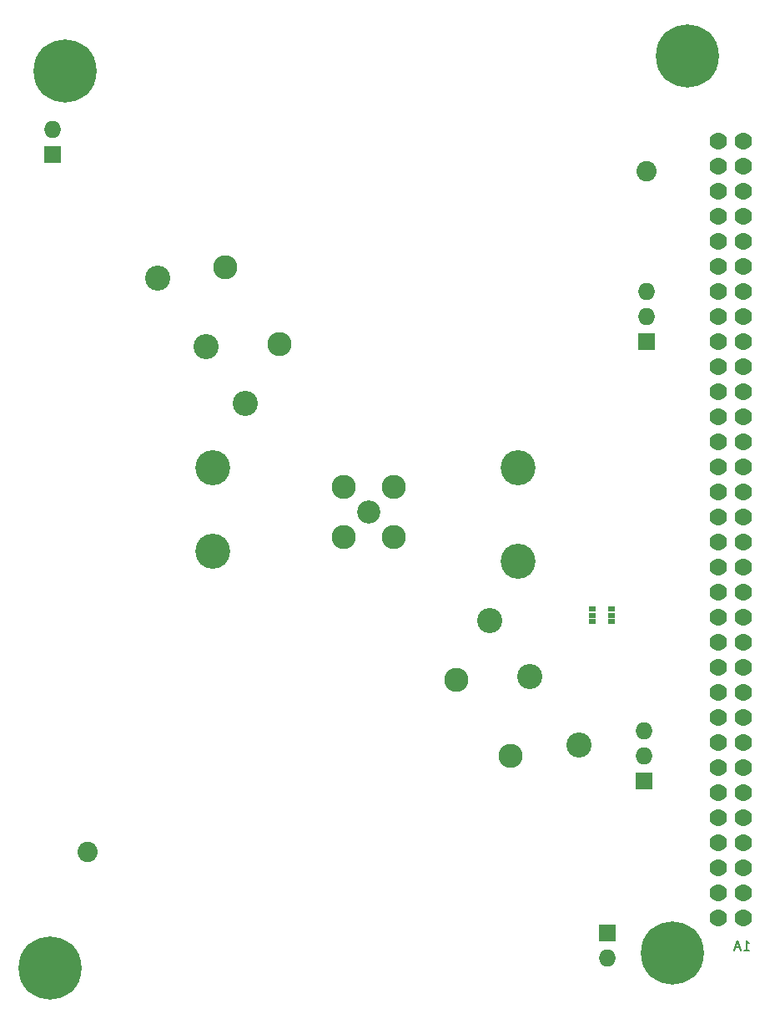
<source format=gbr>
G04 #@! TF.FileFunction,Soldermask,Bot*
%FSLAX46Y46*%
G04 Gerber Fmt 4.6, Leading zero omitted, Abs format (unit mm)*
G04 Created by KiCad (PCBNEW 4.0.7-e2-6376~58~ubuntu16.04.1) date Tue May 15 23:18:40 2018*
%MOMM*%
%LPD*%
G01*
G04 APERTURE LIST*
%ADD10C,0.100000*%
%ADD11C,0.150000*%
%ADD12C,1.770000*%
%ADD13C,2.450000*%
%ADD14C,2.350000*%
%ADD15C,6.400000*%
%ADD16C,3.550000*%
%ADD17C,2.050000*%
%ADD18R,1.750000X1.750000*%
%ADD19O,1.750000X1.750000*%
%ADD20R,0.650000X0.470000*%
%ADD21C,2.550000*%
G04 APERTURE END LIST*
D10*
D11*
X162892857Y-135702381D02*
X163464286Y-135702381D01*
X163178572Y-135702381D02*
X163178572Y-134702381D01*
X163273810Y-134845238D01*
X163369048Y-134940476D01*
X163464286Y-134988095D01*
X162511905Y-135416667D02*
X162035714Y-135416667D01*
X162607143Y-135702381D02*
X162273810Y-134702381D01*
X161940476Y-135702381D01*
D12*
X160260000Y-53640000D03*
X160260000Y-56180000D03*
X160260000Y-58720000D03*
X160260000Y-61260000D03*
X160260000Y-63800000D03*
X160260000Y-66340000D03*
X160260000Y-68880000D03*
X160260000Y-71420000D03*
X160260000Y-73960000D03*
X160260000Y-76500000D03*
X160260000Y-79040000D03*
X160260000Y-81580000D03*
X160260000Y-84120000D03*
X160260000Y-86660000D03*
X160260000Y-89200000D03*
X160260000Y-91740000D03*
X160260000Y-94280000D03*
X160260000Y-96820000D03*
X160260000Y-99360000D03*
X160260000Y-101900000D03*
X160260000Y-104440000D03*
X160260000Y-106980000D03*
X160260000Y-109520000D03*
X160260000Y-112060000D03*
X160260000Y-114600000D03*
X160260000Y-117140000D03*
X160260000Y-119680000D03*
X160260000Y-122220000D03*
X160260000Y-124760000D03*
X160260000Y-127300000D03*
X160260000Y-129840000D03*
X160260000Y-132380000D03*
X162800000Y-53640000D03*
X162800000Y-56180000D03*
X162800000Y-58720000D03*
X162800000Y-61260000D03*
X162800000Y-63800000D03*
X162800000Y-66340000D03*
X162800000Y-68880000D03*
X162800000Y-71420000D03*
X162800000Y-73960000D03*
X162800000Y-76500000D03*
X162800000Y-79040000D03*
X162800000Y-81580000D03*
X162800000Y-84120000D03*
X162800000Y-86660000D03*
X162800000Y-89200000D03*
X162800000Y-91740000D03*
X162800000Y-94280000D03*
X162800000Y-96820000D03*
X162800000Y-99360000D03*
X162800000Y-101900000D03*
X162800000Y-104440000D03*
X162800000Y-106980000D03*
X162800000Y-109520000D03*
X162800000Y-112060000D03*
X162800000Y-114600000D03*
X162800000Y-117140000D03*
X162800000Y-119680000D03*
X162800000Y-122220000D03*
X162800000Y-124760000D03*
X162800000Y-127300000D03*
X162800000Y-129840000D03*
X162800000Y-132380000D03*
D13*
X122285000Y-88750000D03*
X127365000Y-88750000D03*
X127365000Y-93830000D03*
D14*
X124825000Y-91290000D03*
D13*
X122285000Y-93830000D03*
D15*
X155650000Y-136000000D03*
X92460000Y-137500000D03*
X94000000Y-46540000D03*
X157200000Y-45040000D03*
D16*
X109000000Y-86750000D03*
X109000000Y-95250000D03*
X140000000Y-86750000D03*
X140000000Y-96250000D03*
D17*
X153000000Y-56750000D03*
X96250000Y-125750000D03*
D18*
X153000000Y-74000000D03*
D19*
X153000000Y-71460000D03*
X153000000Y-68920000D03*
D18*
X152750000Y-118540000D03*
D19*
X152750000Y-116000000D03*
X152750000Y-113460000D03*
D20*
X147550000Y-102400000D03*
X147550000Y-101750000D03*
X147550000Y-101100000D03*
X149450000Y-102400000D03*
X149450000Y-101750000D03*
X149450000Y-101100000D03*
D21*
X108307315Y-74549231D03*
X103403237Y-67545481D03*
X112293672Y-80242338D03*
D13*
X115750000Y-74281944D03*
X110301024Y-66500000D03*
D21*
X141173391Y-107933676D03*
X146138401Y-114894364D03*
X137137505Y-102275574D03*
D13*
X133733322Y-108265902D03*
X139250000Y-116000000D03*
D18*
X149000000Y-133960000D03*
D19*
X149000000Y-136500000D03*
D18*
X92750000Y-55000000D03*
D19*
X92750000Y-52460000D03*
M02*

</source>
